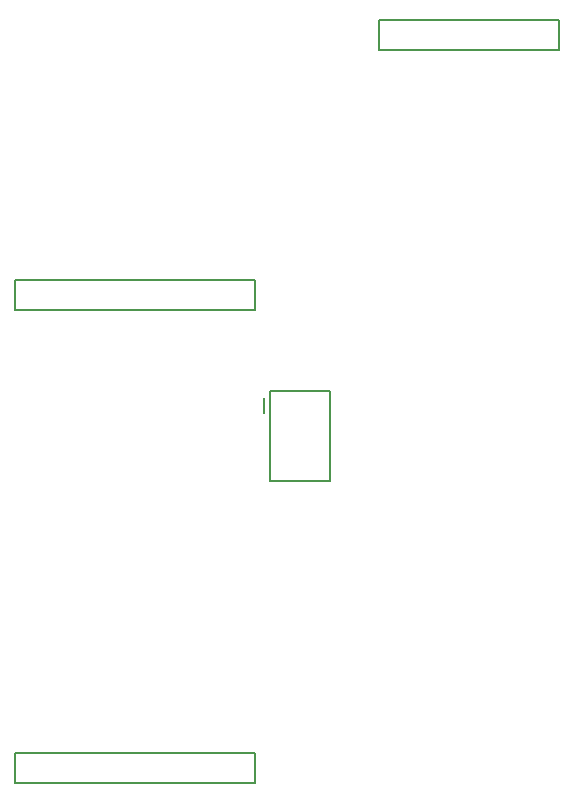
<source format=gbo>
G75*
%MOIN*%
%OFA0B0*%
%FSLAX24Y24*%
%IPPOS*%
%LPD*%
%AMOC8*
5,1,8,0,0,1.08239X$1,22.5*
%
%ADD10C,0.0080*%
D10*
X005083Y000906D02*
X013083Y000906D01*
X013083Y001906D01*
X005083Y001906D01*
X005083Y000906D01*
X013575Y010975D02*
X015575Y010975D01*
X015575Y013975D01*
X013575Y013975D01*
X013575Y010975D01*
X013375Y013225D02*
X013375Y013725D01*
X013083Y016654D02*
X013083Y017654D01*
X005083Y017654D01*
X005083Y016654D01*
X013083Y016654D01*
X017225Y025325D02*
X023225Y025325D01*
X023225Y026325D01*
X017225Y026325D01*
X017225Y025325D01*
M02*

</source>
